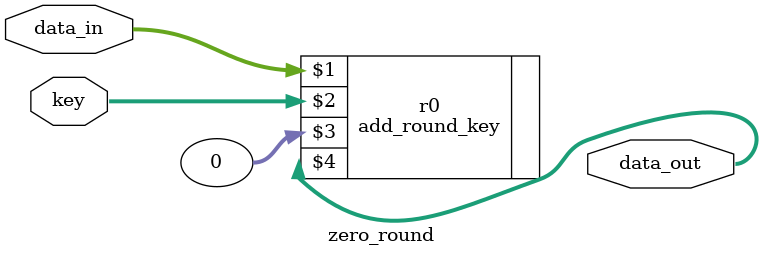
<source format=v>
module zero_round(
    input [127:0] data_in,
    input [127:0]key,
    output [127:0] data_out
    );
    
     add_round_key r0(data_in,key,0,data_out);
     
endmodule

</source>
